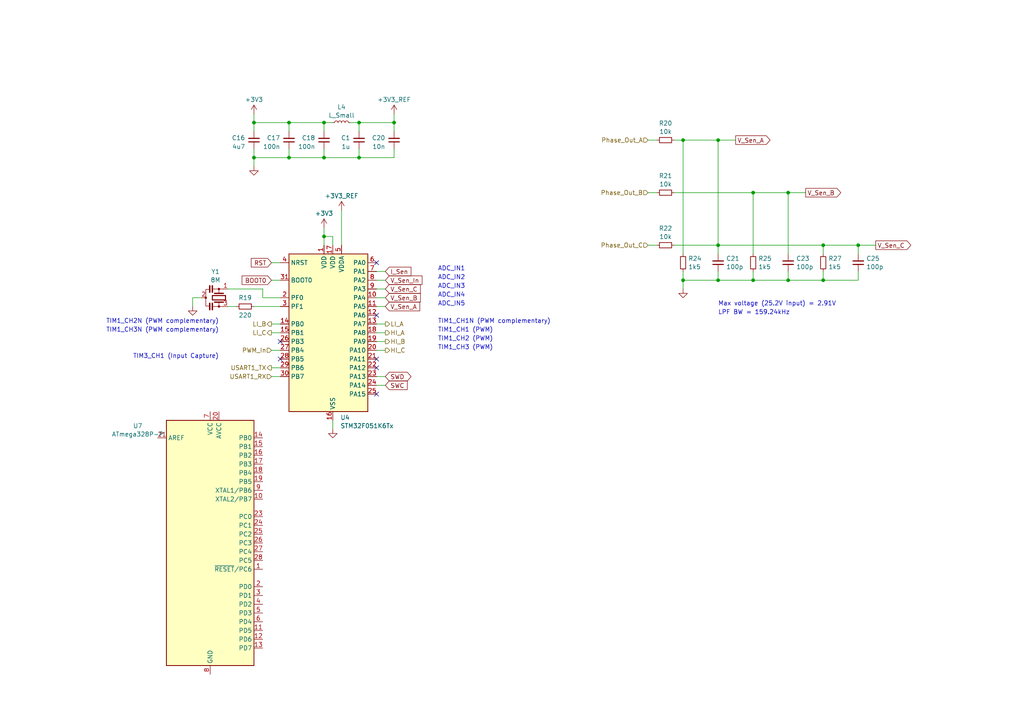
<source format=kicad_sch>
(kicad_sch (version 20230121) (generator eeschema)
  (paper "A4")
  (lib_symbols
    (symbol "Ariamelon-Power:+3V3_REF" (power) (pin_names (offset 0))
      (property "Value" "+3V3_REF" (at 0 3.556 0))
      (symbol "+3V3_REF_0_1"
        (polyline (pts (xy -0.762 1.27) (xy 0 2.54)))
        (polyline (pts (xy 0 0) (xy 0 2.54)))
        (polyline (pts (xy 0 2.54) (xy 0.762 1.27)))
      )
      (symbol "+3V3_REF_1_1"
        (pin power_in line (at 0 0 90) (length 0) hide (name "+3V3_REF") (number "1"))
      )
    )
    (symbol "Device:C_Small" (pin_numbers hide) (pin_names (offset 0.254) hide)
      (property "Reference" "C" (at 0.254 1.778 0))
      (property "Value" "C_Small" (at 0.254 -2.032 0))
      (symbol "C_Small_0_1"
        (polyline (pts (xy -1.524 -0.508) (xy 1.524 -0.508)) (stroke (width 0.3302)))
        (polyline (pts (xy -1.524 0.508) (xy 1.524 0.508)) (stroke (width 0.3048)))
      )
      (symbol "C_Small_1_1"
        (pin passive line (at 0 2.54 270) (length 2.032) (name "~") (number "1"))
        (pin passive line (at 0 -2.54 90) (length 2.032) (name "~") (number "2"))
      )
    )
    (symbol "Device:L_Small" (pin_numbers hide) (pin_names (offset 0.254) hide)
      (property "Reference" "L" (at 0.762 1.016 0))
      (property "Value" "L_Small" (at 0.762 -1.016 0))
      (symbol "L_Small_0_1"
        (arc (start 0 -2.032) (mid 0.5058 -1.524) (end 0 -1.016))
        (arc (start 0 -1.016) (mid 0.5058 -0.508) (end 0 0))
        (arc (start 0 0) (mid 0.5058 0.508) (end 0 1.016))
        (arc (start 0 1.016) (mid 0.5058 1.524) (end 0 2.032))
      )
      (symbol "L_Small_1_1"
        (pin passive line (at 0 2.54 270) (length 0.508) (name "~") (number "1"))
        (pin passive line (at 0 -2.54 90) (length 0.508) (name "~") (number "2"))
      )
    )
    (symbol "Device:R_Small" (pin_numbers hide) (pin_names (offset 0.254) hide)
      (property "Reference" "R" (at 0.762 0.508 0))
      (property "Value" "R_Small" (at 0.762 -1.016 0))
      (symbol "R_Small_0_1"
        (rectangle (start -0.762 1.778) (end 0.762 -1.778) (stroke (width 0.2032)))
      )
      (symbol "R_Small_1_1"
        (pin passive line (at 0 2.54 270) (length 0.762) (name "~") (number "1"))
        (pin passive line (at 0 -2.54 90) (length 0.762) (name "~") (number "2"))
      )
    )
    (symbol "Device:Resonator_Small" (pin_names (offset 1.016) hide)
      (property "Reference" "Y" (at 3.175 1.905 0))
      (property "Value" "Resonator_Small" (at 3.175 0 0))
      (symbol "Resonator_Small_0_1"
        (rectangle (start -3.556 -2.54) (end -1.524 -2.794) (fill (type outline)))
        (rectangle (start -3.556 -1.778) (end -1.524 -2.032) (fill (type outline)))
        (circle (center -2.54 0) (radius 0.254) (fill (type outline)))
        (rectangle (start -0.635 1.905) (end 0.635 -1.905) (stroke (width 0.3048)))
        (circle (center 0 -3.81) (radius 0.254) (fill (type outline)))
        (polyline (pts (xy -2.54 -1.778) (xy -2.54 0)))
        (polyline (pts (xy -2.54 0) (xy -1.397 0)))
        (polyline (pts (xy -2.54 1.27) (xy -2.54 0)))
        (polyline (pts (xy -1.27 -1.27) (xy -1.27 1.27)) (stroke (width 0.381)))
        (polyline (pts (xy 1.27 -1.27) (xy 1.27 1.27)) (stroke (width 0.381)))
        (polyline (pts (xy 1.27 0) (xy 2.54 0)))
        (polyline (pts (xy 2.54 0) (xy 2.54 -1.778)))
        (polyline (pts (xy 2.54 1.27) (xy 2.54 0)))
        (polyline (pts (xy 2.413 -2.794) (xy 2.413 -3.81) (xy -2.413 -3.81) (xy -2.413 -2.667)))
        (rectangle (start 1.524 -2.54) (end 3.556 -2.794) (fill (type outline)))
        (rectangle (start 1.524 -1.778) (end 3.556 -2.032) (fill (type outline)))
        (circle (center 2.54 0) (radius 0.254) (fill (type outline)))
      )
      (symbol "Resonator_Small_1_1"
        (pin passive line (at -2.54 2.54 270) (length 1.27) (name "1") (number "1"))
        (pin passive line (at 0 -5.08 90) (length 1.27) (name "2") (number "2"))
        (pin passive line (at 2.54 2.54 270) (length 1.27) (name "3") (number "3"))
      )
    )
    (symbol "MCU_Microchip_ATmega:ATmega328P-P"
      (property "Reference" "U" (at -12.7 36.83 0))
      (property "Value" "ATmega328P-P" (at 2.54 -36.83 0))
      (symbol "ATmega328P-P_0_1"
        (rectangle (start -12.7 -35.56) (end 12.7 35.56) (stroke (width 0.254)) (fill (type background)))
      )
      (symbol "ATmega328P-P_1_1"
        (pin bidirectional line (at 15.24 -7.62 180) (length 2.54) (name "~{RESET}/PC6") (number "1"))
        (pin bidirectional line (at 15.24 12.7 180) (length 2.54) (name "XTAL2/PB7") (number "10"))
        (pin bidirectional line (at 15.24 -25.4 180) (length 2.54) (name "PD5") (number "11"))
        (pin bidirectional line (at 15.24 -27.94 180) (length 2.54) (name "PD6") (number "12"))
        (pin bidirectional line (at 15.24 -30.48 180) (length 2.54) (name "PD7") (number "13"))
        (pin bidirectional line (at 15.24 30.48 180) (length 2.54) (name "PB0") (number "14"))
        (pin bidirectional line (at 15.24 27.94 180) (length 2.54) (name "PB1") (number "15"))
        (pin bidirectional line (at 15.24 25.4 180) (length 2.54) (name "PB2") (number "16"))
        (pin bidirectional line (at 15.24 22.86 180) (length 2.54) (name "PB3") (number "17"))
        (pin bidirectional line (at 15.24 20.32 180) (length 2.54) (name "PB4") (number "18"))
        (pin bidirectional line (at 15.24 17.78 180) (length 2.54) (name "PB5") (number "19"))
        (pin bidirectional line (at 15.24 -12.7 180) (length 2.54) (name "PD0") (number "2"))
        (pin power_in line (at 2.54 38.1 270) (length 2.54) (name "AVCC") (number "20"))
        (pin passive line (at -15.24 30.48 0) (length 2.54) (name "AREF") (number "21"))
        (pin passive line (at 0 -38.1 90) (length 2.54) hide (name "GND") (number "22"))
        (pin bidirectional line (at 15.24 7.62 180) (length 2.54) (name "PC0") (number "23"))
        (pin bidirectional line (at 15.24 5.08 180) (length 2.54) (name "PC1") (number "24"))
        (pin bidirectional line (at 15.24 2.54 180) (length 2.54) (name "PC2") (number "25"))
        (pin bidirectional line (at 15.24 0 180) (length 2.54) (name "PC3") (number "26"))
        (pin bidirectional line (at 15.24 -2.54 180) (length 2.54) (name "PC4") (number "27"))
        (pin bidirectional line (at 15.24 -5.08 180) (length 2.54) (name "PC5") (number "28"))
        (pin bidirectional line (at 15.24 -15.24 180) (length 2.54) (name "PD1") (number "3"))
        (pin bidirectional line (at 15.24 -17.78 180) (length 2.54) (name "PD2") (number "4"))
        (pin bidirectional line (at 15.24 -20.32 180) (length 2.54) (name "PD3") (number "5"))
        (pin bidirectional line (at 15.24 -22.86 180) (length 2.54) (name "PD4") (number "6"))
        (pin power_in line (at 0 38.1 270) (length 2.54) (name "VCC") (number "7"))
        (pin power_in line (at 0 -38.1 90) (length 2.54) (name "GND") (number "8"))
        (pin bidirectional line (at 15.24 15.24 180) (length 2.54) (name "XTAL1/PB6") (number "9"))
      )
    )
    (symbol "MCU_ST_STM32F0:STM32F051K6Tx"
      (property "Reference" "U" (at -10.16 24.13 0))
      (property "Value" "STM32F051K6Tx" (at 7.62 24.13 0))
      (symbol "STM32F051K6Tx_0_1"
        (rectangle (start -10.16 -22.86) (end 12.7 22.86) (stroke (width 0.254)) (fill (type background)))
      )
      (symbol "STM32F051K6Tx_1_1"
        (pin power_in line (at 0 25.4 270) (length 2.54) (name "VDD") (number "1"))
        (pin bidirectional line (at 15.24 10.16 180) (length 2.54) (name "PA4") (number "10"))
        (pin bidirectional line (at 15.24 7.62 180) (length 2.54) (name "PA5") (number "11"))
        (pin bidirectional line (at 15.24 5.08 180) (length 2.54) (name "PA6") (number "12"))
        (pin bidirectional line (at 15.24 2.54 180) (length 2.54) (name "PA7") (number "13"))
        (pin bidirectional line (at -12.7 2.54 0) (length 2.54) (name "PB0") (number "14"))
        (pin bidirectional line (at -12.7 0 0) (length 2.54) (name "PB1") (number "15"))
        (pin power_in line (at 2.54 -25.4 90) (length 2.54) (name "VSS") (number "16"))
        (pin power_in line (at 2.54 25.4 270) (length 2.54) (name "VDD") (number "17"))
        (pin bidirectional line (at 15.24 0 180) (length 2.54) (name "PA8") (number "18"))
        (pin bidirectional line (at 15.24 -2.54 180) (length 2.54) (name "PA9") (number "19"))
        (pin bidirectional line (at -12.7 10.16 0) (length 2.54) (name "PF0") (number "2"))
        (pin bidirectional line (at 15.24 -5.08 180) (length 2.54) (name "PA10") (number "20"))
        (pin bidirectional line (at 15.24 -7.62 180) (length 2.54) (name "PA11") (number "21"))
        (pin bidirectional line (at 15.24 -10.16 180) (length 2.54) (name "PA12") (number "22"))
        (pin bidirectional line (at 15.24 -12.7 180) (length 2.54) (name "PA13") (number "23"))
        (pin bidirectional line (at 15.24 -15.24 180) (length 2.54) (name "PA14") (number "24"))
        (pin bidirectional line (at 15.24 -17.78 180) (length 2.54) (name "PA15") (number "25"))
        (pin bidirectional line (at -12.7 -2.54 0) (length 2.54) (name "PB3") (number "26"))
        (pin bidirectional line (at -12.7 -5.08 0) (length 2.54) (name "PB4") (number "27"))
        (pin bidirectional line (at -12.7 -7.62 0) (length 2.54) (name "PB5") (number "28"))
        (pin bidirectional line (at -12.7 -10.16 0) (length 2.54) (name "PB6") (number "29"))
        (pin bidirectional line (at -12.7 7.62 0) (length 2.54) (name "PF1") (number "3"))
        (pin bidirectional line (at -12.7 -12.7 0) (length 2.54) (name "PB7") (number "30"))
        (pin input line (at -12.7 15.24 0) (length 2.54) (name "BOOT0") (number "31"))
        (pin passive line (at 2.54 -25.4 90) (length 2.54) hide (name "VSS") (number "32"))
        (pin input line (at -12.7 20.32 0) (length 2.54) (name "NRST") (number "4"))
        (pin power_in line (at 5.08 25.4 270) (length 2.54) (name "VDDA") (number "5"))
        (pin bidirectional line (at 15.24 20.32 180) (length 2.54) (name "PA0") (number "6"))
        (pin bidirectional line (at 15.24 17.78 180) (length 2.54) (name "PA1") (number "7"))
        (pin bidirectional line (at 15.24 15.24 180) (length 2.54) (name "PA2") (number "8"))
        (pin bidirectional line (at 15.24 12.7 180) (length 2.54) (name "PA3") (number "9"))
      )
    )
    (symbol "power:+3V3" (power) (pin_names (offset 0))
      (property "Value" "+3V3" (at 0 3.556 0))
      (symbol "+3V3_0_1"
        (polyline (pts (xy -0.762 1.27) (xy 0 2.54)))
        (polyline (pts (xy 0 0) (xy 0 2.54)))
        (polyline (pts (xy 0 2.54) (xy 0.762 1.27)))
      )
      (symbol "+3V3_1_1"
        (pin power_in line (at 0 0 90) (length 0) hide (name "+3V3") (number "1"))
      )
    )
    (symbol "power:GND" (power) (pin_names (offset 0))
      (property "Value" "GND" (at 0 -3.81 0))
      (symbol "GND_0_1"
        (polyline (pts (xy 0 0) (xy 0 -1.27) (xy 1.27 -1.27) (xy 0 -2.54) (xy -1.27 -1.27) (xy 0 -1.27)))
      )
      (symbol "GND_1_1"
        (pin power_in line (at 0 0 270) (length 0) hide (name "GND") (number "1"))
      )
    )
  )
  (junction (at 228.6 55.88))
  (junction (at 104.14 45.72))
  (junction (at 83.82 35.56))
  (junction (at 218.44 81.28))
  (junction (at 93.98 35.56))
  (junction (at 228.6 81.28))
  (junction (at 248.92 71.12))
  (junction (at 93.98 45.72))
  (junction (at 238.76 81.28))
  (junction (at 104.14 35.56))
  (junction (at 208.28 81.28))
  (junction (at 73.66 35.56))
  (junction (at 73.66 45.72))
  (junction (at 83.82 45.72))
  (junction (at 208.28 40.64))
  (junction (at 198.12 81.28))
  (junction (at 114.3 35.56))
  (junction (at 238.76 71.12))
  (junction (at 198.12 40.64))
  (junction (at 218.44 55.88))
  (junction (at 93.98 68.58))
  (junction (at 208.28 71.12))
  (no_connect (at 81.28 104.14))
  (no_connect (at 109.22 106.68))
  (no_connect (at 81.28 99.06))
  (no_connect (at 109.22 104.14))
  (no_connect (at 109.22 91.44))
  (no_connect (at 109.22 76.2))
  (no_connect (at 109.22 114.3))
  (wire (pts (xy 109.22 93.98) (xy 111.76 93.98)))
  (wire (pts (xy 93.98 45.72) (xy 93.98 43.18)))
  (wire (pts (xy 195.58 55.88) (xy 218.44 55.88)))
  (wire (pts (xy 76.2 83.82) (xy 66.04 83.82)))
  (wire (pts (xy 248.92 71.12) (xy 248.92 73.66)))
  (wire (pts (xy 83.82 45.72) (xy 83.82 43.18)))
  (wire (pts (xy 248.92 78.74) (xy 248.92 81.28)))
  (wire (pts (xy 101.6 35.56) (xy 104.14 35.56)))
  (wire (pts (xy 111.76 109.22) (xy 109.22 109.22)))
  (wire (pts (xy 195.58 71.12) (xy 208.28 71.12)))
  (wire (pts (xy 238.76 71.12) (xy 248.92 71.12)))
  (wire (pts (xy 78.74 101.6) (xy 81.28 101.6)))
  (wire (pts (xy 238.76 81.28) (xy 248.92 81.28)))
  (wire (pts (xy 218.44 55.88) (xy 218.44 73.66)))
  (wire (pts (xy 187.96 40.64) (xy 190.5 40.64)))
  (wire (pts (xy 198.12 40.64) (xy 198.12 73.66)))
  (wire (pts (xy 208.28 78.74) (xy 208.28 81.28)))
  (wire (pts (xy 208.28 40.64) (xy 198.12 40.64)))
  (wire (pts (xy 111.76 86.36) (xy 109.22 86.36)))
  (wire (pts (xy 187.96 55.88) (xy 190.5 55.88)))
  (wire (pts (xy 93.98 45.72) (xy 104.14 45.72)))
  (wire (pts (xy 73.66 43.18) (xy 73.66 45.72)))
  (wire (pts (xy 93.98 68.58) (xy 96.52 68.58)))
  (wire (pts (xy 55.88 86.36) (xy 58.42 86.36)))
  (wire (pts (xy 73.66 35.56) (xy 73.66 38.1)))
  (wire (pts (xy 114.3 35.56) (xy 114.3 38.1)))
  (wire (pts (xy 238.76 71.12) (xy 238.76 73.66)))
  (wire (pts (xy 213.36 40.64) (xy 208.28 40.64)))
  (wire (pts (xy 233.68 55.88) (xy 228.6 55.88)))
  (wire (pts (xy 114.3 33.02) (xy 114.3 35.56)))
  (wire (pts (xy 111.76 81.28) (xy 109.22 81.28)))
  (wire (pts (xy 78.74 106.68) (xy 81.28 106.68)))
  (wire (pts (xy 218.44 78.74) (xy 218.44 81.28)))
  (wire (pts (xy 93.98 38.1) (xy 93.98 35.56)))
  (wire (pts (xy 78.74 109.22) (xy 81.28 109.22)))
  (wire (pts (xy 198.12 81.28) (xy 208.28 81.28)))
  (wire (pts (xy 208.28 71.12) (xy 208.28 73.66)))
  (wire (pts (xy 111.76 96.52) (xy 109.22 96.52)))
  (wire (pts (xy 104.14 35.56) (xy 114.3 35.56)))
  (wire (pts (xy 83.82 45.72) (xy 93.98 45.72)))
  (wire (pts (xy 73.66 45.72) (xy 73.66 48.26)))
  (wire (pts (xy 96.52 68.58) (xy 96.52 71.12)))
  (wire (pts (xy 78.74 93.98) (xy 81.28 93.98)))
  (wire (pts (xy 187.96 71.12) (xy 190.5 71.12)))
  (wire (pts (xy 254 71.12) (xy 248.92 71.12)))
  (wire (pts (xy 111.76 88.9) (xy 109.22 88.9)))
  (wire (pts (xy 93.98 68.58) (xy 93.98 71.12)))
  (wire (pts (xy 114.3 45.72) (xy 104.14 45.72)))
  (wire (pts (xy 93.98 66.04) (xy 93.98 68.58)))
  (wire (pts (xy 111.76 99.06) (xy 109.22 99.06)))
  (wire (pts (xy 99.06 60.96) (xy 99.06 71.12)))
  (wire (pts (xy 198.12 81.28) (xy 198.12 83.82)))
  (wire (pts (xy 104.14 35.56) (xy 104.14 38.1)))
  (wire (pts (xy 228.6 78.74) (xy 228.6 81.28)))
  (wire (pts (xy 238.76 78.74) (xy 238.76 81.28)))
  (wire (pts (xy 198.12 78.74) (xy 198.12 81.28)))
  (wire (pts (xy 109.22 78.74) (xy 111.76 78.74)))
  (wire (pts (xy 228.6 55.88) (xy 228.6 73.66)))
  (wire (pts (xy 111.76 101.6) (xy 109.22 101.6)))
  (wire (pts (xy 195.58 40.64) (xy 198.12 40.64)))
  (wire (pts (xy 238.76 71.12) (xy 208.28 71.12)))
  (wire (pts (xy 93.98 35.56) (xy 83.82 35.56)))
  (wire (pts (xy 73.66 88.9) (xy 81.28 88.9)))
  (wire (pts (xy 78.74 81.28) (xy 81.28 81.28)))
  (wire (pts (xy 78.74 96.52) (xy 81.28 96.52)))
  (wire (pts (xy 96.52 124.46) (xy 96.52 121.92)))
  (wire (pts (xy 83.82 35.56) (xy 73.66 35.56)))
  (wire (pts (xy 78.74 76.2) (xy 81.28 76.2)))
  (wire (pts (xy 73.66 33.02) (xy 73.66 35.56)))
  (wire (pts (xy 66.04 88.9) (xy 68.58 88.9)))
  (wire (pts (xy 83.82 38.1) (xy 83.82 35.56)))
  (wire (pts (xy 73.66 45.72) (xy 83.82 45.72)))
  (wire (pts (xy 228.6 55.88) (xy 218.44 55.88)))
  (wire (pts (xy 76.2 86.36) (xy 76.2 83.82)))
  (wire (pts (xy 208.28 81.28) (xy 218.44 81.28)))
  (wire (pts (xy 111.76 111.76) (xy 109.22 111.76)))
  (wire (pts (xy 114.3 43.18) (xy 114.3 45.72)))
  (wire (pts (xy 208.28 40.64) (xy 208.28 71.12)))
  (wire (pts (xy 104.14 43.18) (xy 104.14 45.72)))
  (wire (pts (xy 228.6 81.28) (xy 238.76 81.28)))
  (wire (pts (xy 111.76 83.82) (xy 109.22 83.82)))
  (wire (pts (xy 93.98 35.56) (xy 96.52 35.56)))
  (wire (pts (xy 81.28 86.36) (xy 76.2 86.36)))
  (wire (pts (xy 218.44 81.28) (xy 228.6 81.28)))
  (wire (pts (xy 55.88 88.9) (xy 55.88 86.36)))
  (text "ADC_IN1" (at 127 78.74 0) (effects (font (size 1.27 1.27)) (justify left bottom)))
  (text "ADC_IN3" (at 127 83.82 0) (effects (font (size 1.27 1.27)) (justify left bottom)))
  (text "TIM3_CH1 (Input Capture)" (at 63.5 104.14 0) (effects (font (size 1.27 1.27)) (justify right bottom)))
  (text "ADC_IN2" (at 127 81.28 0) (effects (font (size 1.27 1.27)) (justify left bottom)))
  (text "LPF BW = 159.24kHz" (at 208.28 91.44 0) (effects (font (size 1.27 1.27)) (justify left bottom)))
  (text "ADC_IN4" (at 127 86.36 0) (effects (font (size 1.27 1.27)) (justify left bottom)))
  (text "TIM1_CH3N (PWM complementary)" (at 63.5 96.52 0) (effects (font (size 1.27 1.27)) (justify right bottom)))
  (text "TIM1_CH3 (PWM)" (at 127 101.6 0) (effects (font (size 1.27 1.27)) (justify left bottom)))
  (text "TIM1_CH1 (PWM)" (at 127 96.52 0) (effects (font (size 1.27 1.27)) (justify left bottom)))
  (text "TIM1_CH2N (PWM complementary)" (at 63.5 93.98 0) (effects (font (size 1.27 1.27)) (justify right bottom)))
  (text "ADC_IN5" (at 127 88.9 0) (effects (font (size 1.27 1.27)) (justify left bottom)))
  (text "TIM1_CH2 (PWM)" (at 127 99.06 0) (effects (font (size 1.27 1.27)) (justify left bottom)))
  (text "Max voltage (25.2V input) = 2.91V" (at 208.28 88.9 0) (effects (font (size 1.27 1.27)) (justify left bottom)))
  (text "TIM1_CH1N (PWM complementary)" (at 127 93.98 0) (effects (font (size 1.27 1.27)) (justify left bottom)))
  (global_label "V_Sen_C" (shape input) (at 111.76 83.82 0) (property "Intersheetrefs" "${INTERSHEET_REFS}" (effects hide)))
  (global_label "V_Sen_In" (shape input) (at 111.76 81.28 0) (property "Intersheetrefs" "${INTERSHEET_REFS}" (effects hide)))
  (global_label "V_Sen_B" (shape output) (at 233.68 55.88 0) (property "Intersheetrefs" "${INTERSHEET_REFS}" (effects hide)))
  (global_label "BOOT0" (shape input) (at 78.74 81.28 180) (property "Intersheetrefs" "${INTERSHEET_REFS}" (effects hide)))
  (global_label "SWC" (shape input) (at 111.76 111.76 0) (property "Intersheetrefs" "${INTERSHEET_REFS}" (effects hide)))
  (global_label "SWD" (shape bidirectional) (at 111.76 109.22 0) (property "Intersheetrefs" "${INTERSHEET_REFS}" (effects hide)))
  (global_label "V_Sen_A" (shape output) (at 213.36 40.64 0) (property "Intersheetrefs" "${INTERSHEET_REFS}" (effects hide)))
  (global_label "V_Sen_A" (shape input) (at 111.76 88.9 0) (property "Intersheetrefs" "${INTERSHEET_REFS}" (effects hide)))
  (global_label "V_Sen_B" (shape input) (at 111.76 86.36 0) (property "Intersheetrefs" "${INTERSHEET_REFS}" (effects hide)))
  (global_label "RST" (shape input) (at 78.74 76.2 180) (property "Intersheetrefs" "${INTERSHEET_REFS}" (effects hide)))
  (global_label "I_Sen" (shape input) (at 111.76 78.74 0) (property "Intersheetrefs" "${INTERSHEET_REFS}" (effects hide)))
  (global_label "V_Sen_C" (shape output) (at 254 71.12 0) (property "Intersheetrefs" "${INTERSHEET_REFS}" (effects hide)))
  (hierarchical_label "LI_B" (shape output) (at 78.74 93.98 180))
  (hierarchical_label "LI_A" (shape output) (at 111.76 93.98 0))
  (hierarchical_label "Phase_Out_B" (shape input) (at 187.96 55.88 180))
  (hierarchical_label "PWM_In" (shape input) (at 78.74 101.6 180))
  (hierarchical_label "USART1_RX" (shape input) (at 78.74 109.22 180))
  (hierarchical_label "LI_C" (shape output) (at 78.74 96.52 180))
  (hierarchical_label "HI_B" (shape output) (at 111.76 99.06 0))
  (hierarchical_label "HI_C" (shape output) (at 111.76 101.6 0))
  (hierarchical_label "Phase_Out_C" (shape input) (at 187.96 71.12 180))
  (hierarchical_label "HI_A" (shape output) (at 111.76 96.52 0))
  (hierarchical_label "USART1_TX" (shape output) (at 78.74 106.68 180))
  (hierarchical_label "Phase_Out_A" (shape input) (at 187.96 40.64 180))
  (symbol (lib_id "Device:C_Small") (at 114.3 40.64 0) (mirror x) (unit 1)
    (property "Reference" "C20" (at 111.76 39.9986 0) (effects (justify right)))
    (property "Value" "10n" (at 111.76 42.5386 0) (effects (justify right)))
    (property "Footprint" "Ariamelon-Device:C_0603_1608Metric" (effects hide))
  )
  (symbol (lib_id "power:+3V3") (at 73.66 33.02 0) (unit 1)
    (property "Reference" "#PWR055" (effects hide))
    (property "Value" "+3V3" (at 73.66 28.8869 0))
  )
  (symbol (lib_id "power:+3V3") (at 93.98 66.04 0) (unit 1)
    (property "Reference" "#PWR056" (effects hide))
    (property "Value" "+3V3" (at 93.98 61.9069 0))
  )
  (symbol (lib_id "Device:R_Small") (at 193.04 55.88 270) (unit 1)
    (property "Reference" "R21" (at 193.04 50.9991 90))
    (property "Value" "10k" (at 193.04 53.4233 90))
    (property "Footprint" "Ariamelon-Device:R_0402_1005Metric" (effects hide))
  )
  (symbol (lib_id "Device:C_Small") (at 104.14 40.64 0) (mirror x) (unit 1)
    (property "Reference" "C1" (at 101.6 39.9986 0) (effects (justify right)))
    (property "Value" "1u" (at 101.6 42.5386 0) (effects (justify right)))
    (property "Footprint" "Ariamelon-Device:C_0603_1608Metric" (effects hide))
    (instances (project "BLDC-Controller" (path "" (reference "C1") (unit 1)) (path "" (reference "C7") (unit 1)) (path "" (reference "C13") (unit 1)) (path "" (reference "C19") (unit 1))))
  )
  (symbol (lib_id "power:GND") (at 96.52 124.46 0) (unit 1)
    (property "Reference" "#PWR049" (effects hide))
    (property "Value" "GND" (effects hide))
    (instances (project "BLDC-Controller" (path "" (reference "#PWR049") (unit 1))) (project "Honeydew" (path "" (reference "#PWR023") (unit 1))))
  )
  (symbol (lib_id "Device:R_Small") (at 193.04 40.64 270) (unit 1)
    (property "Reference" "R20" (at 193.04 35.7591 90))
    (property "Value" "10k" (at 193.04 38.1833 90))
    (property "Footprint" "Ariamelon-Device:R_0402_1005Metric" (effects hide))
  )
  (symbol (lib_id "Device:C_Small") (at 248.92 76.2 180) (unit 1)
    (property "Reference" "C25" (at 251.2441 74.9815 0) (effects (justify right)))
    (property "Value" "100p" (at 251.2441 77.4057 0) (effects (justify right)))
    (property "Footprint" "Ariamelon-Device:C_0603_1608Metric" (effects hide))
  )
  (symbol (lib_id "Device:R_Small") (at 238.76 76.2 180) (unit 1)
    (property "Reference" "R27" (at 240.2586 74.9879 0) (effects (justify right)))
    (property "Value" "1k5" (at 240.2586 77.4121 0) (effects (justify right)))
    (property "Footprint" "Ariamelon-Device:R_0402_1005Metric" (effects hide))
  )
  (symbol (lib_id "Device:C_Small") (at 208.28 76.2 180) (unit 1)
    (property "Reference" "C21" (at 210.6041 74.9815 0) (effects (justify right)))
    (property "Value" "100p" (at 210.6041 77.4057 0) (effects (justify right)))
    (property "Footprint" "Ariamelon-Device:C_0603_1608Metric" (effects hide))
  )
  (symbol (lib_id "Device:R_Small") (at 193.04 71.12 270) (unit 1)
    (property "Reference" "R22" (at 193.04 66.2391 90))
    (property "Value" "10k" (at 193.04 68.6633 90))
    (property "Footprint" "Ariamelon-Device:R_0402_1005Metric" (effects hide))
  )
  (symbol (lib_id "Device:C_Small") (at 93.98 40.64 0) (mirror x) (unit 1)
    (property "Reference" "C18" (at 91.44 39.9986 0) (effects (justify right)))
    (property "Value" "100n" (at 91.44 42.5386 0) (effects (justify right)))
    (property "Footprint" "Ariamelon-Device:C_0603_1608Metric" (effects hide))
  )
  (symbol (lib_id "Device:Resonator_Small") (at 63.5 86.36 270) (unit 1)
    (property "Reference" "Y1" (at 62.4967 78.7867 90))
    (property "Value" "8M" (at 62.4967 81.2109 90))
    (property "Footprint" "Crystal:Resonator_SMD_Murata_CSTxExxV-3Pin_3.0x1.1mm" (effects hide))
    (property "Manufacturer no." "CSTNE8M00GH5C000R0" (effects hide))
  )
  (symbol (lib_id "Device:R_Small") (at 71.12 88.9 270) (mirror x) (unit 1)
    (property "Reference" "R19" (at 71.12 86.36 90))
    (property "Value" "220" (at 71.12 91.44 90))
    (property "Footprint" "Ariamelon-Device:R_0402_1005Metric" (effects hide))
  )
  (symbol (lib_id "power:GND") (at 73.66 48.26 0) (mirror y) (unit 1)
    (property "Reference" "#PWR054" (effects hide))
    (property "Value" "GND" (effects hide))
    (instances (project "BLDC-Controller" (path "" (reference "#PWR054") (unit 1))) (project "Honeydew" (path "" (reference "#PWR023") (unit 1))))
  )
  (symbol (lib_id "Device:C_Small") (at 73.66 40.64 0) (mirror x) (unit 1)
    (property "Reference" "C16" (at 71.12 39.9986 0) (effects (justify right)))
    (property "Value" "4u7" (at 71.12 42.5386 0) (effects (justify right)))
    (property "Footprint" "Ariamelon-Device:C_0603_1608Metric" (effects hide))
  )
  (symbol (lib_id "power:GND") (at 55.88 88.9 0) (unit 1)
    (property "Reference" "#PWR035" (effects hide))
    (property "Value" "GND" (effects hide))
    (instances (project "BLDC-Controller" (path "" (reference "#PWR035") (unit 1))) (project "Honeydew" (path "" (reference "#PWR023") (unit 1))))
  )
  (symbol (lib_id "Ariamelon-Power:+3V3_REF") (at 99.06 60.96 0) (unit 1)
    (property "Reference" "#PWR057" (effects hide))
    (property "Value" "+3V3_REF" (at 99.06 56.8269 0))
  )
  (symbol (lib_id "Device:R_Small") (at 198.12 76.2 180) (unit 1)
    (property "Reference" "R24" (at 199.6186 74.9879 0) (effects (justify right)))
    (property "Value" "1k5" (at 199.6186 77.4121 0) (effects (justify right)))
    (property "Footprint" "Ariamelon-Device:R_0402_1005Metric" (effects hide))
  )
  (symbol (lib_id "Ariamelon-Power:+3V3_REF") (at 114.3 33.02 0) (unit 1)
    (property "Reference" "#PWR053" (effects hide))
    (property "Value" "+3V3_REF" (at 114.3 28.8869 0))
  )
  (symbol (lib_id "MCU_ST_STM32F0:STM32F051K6Tx") (at 93.98 96.52 0) (unit 1)
    (property "Reference" "U4" (at 98.7141 121.1001 0) (effects (justify left)))
    (property "Value" "STM32F051K6Tx" (at 98.7141 123.5243 0) (effects (justify left)))
    (property "Footprint" "Package_QFP:LQFP-32_7x7mm_P0.8mm" (effects hide))
    (property "Datasheet" "https://www.st.com/resource/en/datasheet/stm32f051k6.pdf" (effects hide))
  )
  (symbol (lib_id "Device:R_Small") (at 218.44 76.2 180) (unit 1)
    (property "Reference" "R25" (at 219.9386 74.9879 0) (effects (justify right)))
    (property "Value" "1k5" (at 219.9386 77.4121 0) (effects (justify right)))
    (property "Footprint" "Ariamelon-Device:R_0402_1005Metric" (effects hide))
  )
  (symbol (lib_id "power:GND") (at 198.12 83.82 0) (unit 1)
    (property "Reference" "#PWR05" (effects hide))
    (property "Value" "GND" (effects hide))
  )
  (symbol (lib_id "Device:C_Small") (at 83.82 40.64 0) (mirror x) (unit 1)
    (property "Reference" "C17" (at 81.28 39.9986 0) (effects (justify right)))
    (property "Value" "100n" (at 81.28 42.5386 0) (effects (justify right)))
    (property "Footprint" "Ariamelon-Device:C_0603_1608Metric" (effects hide))
  )
  (symbol (lib_id "MCU_Microchip_ATmega:ATmega328P-P") (at 60.96 157.48 0) (unit 1)
    (property "Reference" "U7" (at 39.9483 123.5258 0))
    (property "Value" "ATmega328P-P" (at 39.9483 125.95 0))
    (property "Footprint" "Package_DIP:DIP-28_W7.62mm" (effects hide))
    (property "Datasheet" "http://ww1.microchip.com/downloads/en/DeviceDoc/ATmega328_P%20AVR%20MCU%20with%20picoPower%20Technology%20Data%20Sheet%2040001984A.pdf" (effects hide))
  )
  (symbol (lib_id "Device:C_Small") (at 228.6 76.2 180) (unit 1)
    (property "Reference" "C23" (at 230.9241 74.9815 0) (effects (justify right)))
    (property "Value" "100p" (at 230.9241 77.4057 0) (effects (justify right)))
    (property "Footprint" "Ariamelon-Device:C_0603_1608Metric" (effects hide))
  )
  (symbol (lib_id "Device:L_Small") (at 99.06 35.56 90) (unit 1)
    (property "Reference" "L4" (at 99.06 31.0369 90))
    (property "Value" "L_Small" (at 99.06 33.4611 90))
  )
)
</source>
